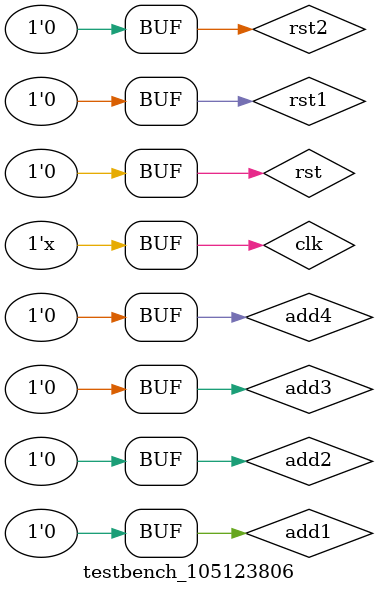
<source format=v>
`timescale 1ms / 1us

module testbench_105123806;
    // Inputs 
    reg clk;
    reg rst;
    reg add1;
    reg add2;
    reg add3;
    reg add4;
    reg rst1;
    reg rst2;
    // Output
    wire a1;
    wire a2;
    wire a3;
    wire a4;
    wire [6:0] led_seg;
    wire [3:0] val1;
    wire [3:0] val2;
    wire [3:0] val3;
    wire [3:0] val4;  

// Instantiate the Unit Under Test (UUT)
parking_meter uut (
    .clk (clk ),
    .rst (rst ),
    .add1(add1),
    .add2(add2),
    .add3(add3),
    .add4(add4),
    .rst1(rst1),
    .rst2(rst2),
    .a1(a1),
    .a2(a2),
    .a3(a3),
    .a4(a4),
    .led_seg(led_seg),   
    .val1(val1),
    .val2(val2),
    .val3(val3),
    .val4(val4)
);

    //always
    //    #5 clk = ~clk; //clk //100MHz
    always
        #5 clk = ~clk; //clk //100Hz (10ms)

    initial begin
        // Initialize Inputs
        clk  = 0;
        rst  = 1;
        add1 = 0;
        add2 = 0;
        add3 = 0;
        add4 = 0;
        rst1 = 0;
        rst2 = 0;

        #100 ; //100ms
        rst = 0;
        // Wait 100 ns for global reset to finish
        #100;  //100ms

        //CASE 1//
       //60 coin //
          
        add1 = 1; 
        #100;   //100ms 
        add1 = 0;  
        #70000; //70s

        //CASE 2//
        // 60 and 120 coin within 1 sec//
      

        add1 = 1; 
        #100;   //100ms
        add1 = 0;
        #100;  //100ms
        add2 = 1; 
        #100;   //100ms 
        add2 = 0;
        #190000;  //190s

        //CASE 3//
        //I180, and 60 coin after 10S //
        
        
        add3 = 1; 
        #100; //100ms
        add3 = 0;  
        #10000; //10S
        add1 = 1; 
        #100;  //100ms
        add1 = 0;
        #250000; //25S

        //CASE 4//
        //300 coin and rst1 in the middle///
        

        add4 = 1; 
        #100;  //100ms
        add4 = 0;  
        #10000; //10S
        rst1 = 1; 
        #100;   //100ms
        rst1 = 0;
        #20000; //20s

        //CASE 5//
        //180 coin and rst2 in the middle//
     
        #1000; //1S
        add3 = 1; 
        #100;  //100ms
        add3 = 0;  
        #5600; //5S
        rst2 = 1; 
        #100;  //100ms
        rst2 = 0;
        #160000; //100S

       
        //Input of coins greater than 9999  
      
        add4 = 1; 
        #1000;  //1S
        add4 = 0; 
        #1000;  //1S
        add4 = 1; 
        #1000;  //1S
        add4 = 0; 
        #1000;  //1S
        add4 = 1; 
        #1000;  //1S
        add4 = 0; 
        #1000;  //1S
        add4 = 1; 
        #1000;  //1S
        add4 = 0; 
        #1000;  //1S
        add4 = 1; 
        #1000;  //1S
        add4 = 0; 
        #1000;  //1S
        add4 = 1; 
        #1000;  //1S
        add4 = 0; 
        #1000;  //1S
        add4 = 1; 
        #1000;  //1S
        add4 = 0; 
        #1000;  //1S
        add4 = 1; 
        #1000;  //1S
        add4 = 0; 
        #1000;  //1S
        add4 = 1; 
        #1000;  //1S
        add4 = 0; 
        #1000;  //1S
        add4 = 1; 
        #1000;  //1S
        add4 = 0; 
        #1000;  //1S
        //////////3000////////
        add4 = 1; 
        #1000;  //1S
        add4 = 0; 
        #1000;  //1S
        add4 = 1; 
        #1000;  //1S
        add4 = 0; 
        #1000;  //1S
        add4 = 1; 
        #1000;  //1S
        add4 = 0; 
        #1000;  //1S
        add4 = 1; 
        #1000;  //1S
        add4 = 0; 
        #1000;  //1S
        add4 = 1; 
        #1000;  //1S
        add4 = 0; 
        #1000;  //1S
        add4 = 1; 
        #1000;  //1S
        add4 = 0; 
        #1000;  //1S
        add4 = 1; 
        #1000;  //1S
        add4 = 0; 
        #1000;  //1S
        add4 = 1; 
        #1000;  //1S
        add4 = 0; 
        #1000;  //1S
        add4 = 1; 
        #1000;  //1S
        add4 = 0; 
        #1000;  //1S
        add4 = 1; 
        #1000;  //1S
        add4 = 0; 
        #1000;  //1S  
        //////////6000////////
        add4 = 1; 
        #1000;  //1S
        add4 = 0; 
        #1000;  //1S
        add4 = 1; 
        #1000;  //1S
        add4 = 0; 
        #1000;  //1S
        add4 = 1; 
        #1000;  //1S
        add4 = 0; 
        #1000;  //1S
        add4 = 1; 
        #1000;  //1S
        add4 = 0; 
        #1000;  //1S
        add4 = 1; 
        #1000;  //1S
        add4 = 0; 
        #1000;  //1S
        add4 = 1; 
        #1000;  //1S
        add4 = 0; 
        #1000;  //1S
        add4 = 1; 
        #1000;  //1S
        add4 = 0; 
        #1000;  //1S
        add4 = 1; 
        #1000;  //1S
        add4 = 0; 
        #1000;  //1S
        add4 = 1; 
        #1000;  //1S
        add4 = 0; 
        #1000;  //1S
        add4 = 1; 
        #1000;  //1S
        add4 = 0; 
        #1000;  //1S 
        //////////9000////////
        add4 = 1; 
        #1000;  //1S
        add4 = 0; 
        #1000;  //1S
        add4 = 1; 
        #1000;  //1S
        add4 = 0; 
        #1000;  //1S
        add4 = 1; 
        #1000;  //1S
        add4 = 0; 
        #1000;  //1S
        add4 = 1; 
        #1000;  //1S
        add4 = 0; 
        #1000;  //1S
        add4 = 1; 
        #1000;  //1S
        add4 = 0; 
        #1000;  //1S
        /////////10500/////////
        #5000;               
    end
endmodule
</source>
